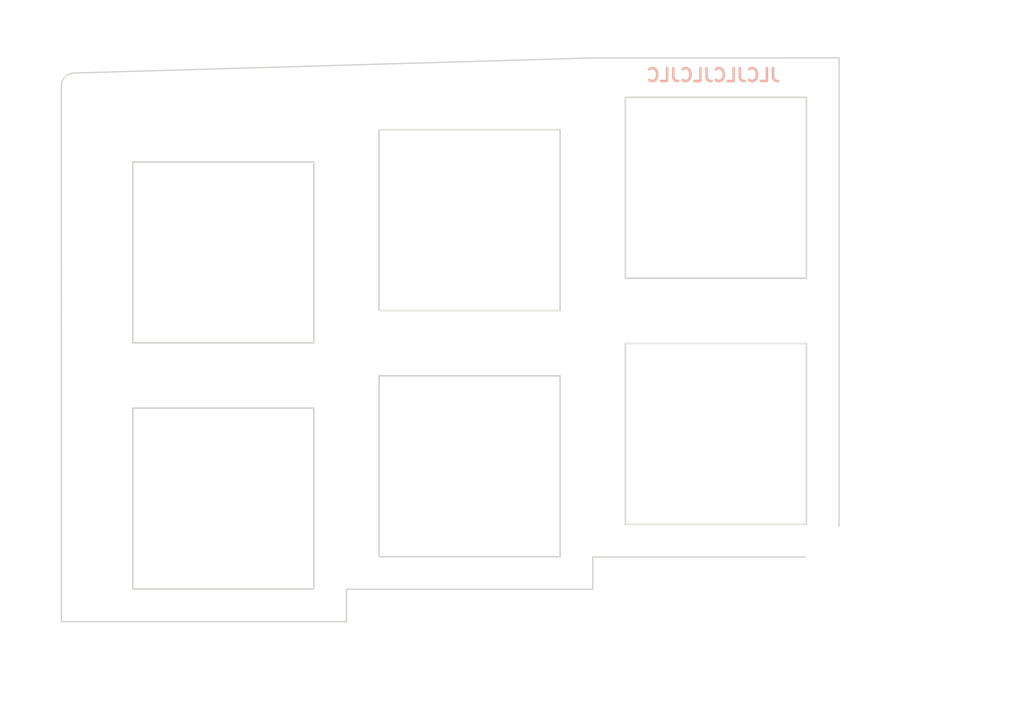
<source format=kicad_pcb>
(kicad_pcb (version 20221018) (generator pcbnew)
  (layers (0 "F.Cu" signal) (31 "B.Cu" signal) (34 "B.Paste" user) (35 "F.Paste" user) (36 "B.SilkS" user "B.Silkscreen") (37 "F.SilkS" user "F.Silkscreen") (38 "B.Mask" user) (39 "F.Mask" user) (44 "Edge.Cuts" user))
  (net 0 "")
  (footprint "SofleLoud:keyswitch_hole" (layer "F.Cu") (at 110.639214 48.694214 180)
    (fp_text reference "SW1" hide)
    (fp_text value "SW_PUSH_LED" hide)
    (fp_rect (start -7 -7) (end 7 7) (stroke (width 0.12)) (fill none) (layer "Edge.Cuts"))
  )
  (footprint "SofleLoud:keyswitch_hole" (layer "F.Cu") (at 129.689214 65.244214 180)
    (fp_text reference "SW8" hide)
    (fp_text value "SW_PUSH_LED" hide)
    (fp_rect (start -7 -7) (end 7 7) (stroke (width 0.12)) (fill none) (layer "Edge.Cuts"))
  )
  (footprint "SofleChocLoud:M2_HOLE_PCB_through_hole" (layer "F.Cu") (at 158.049214 72.264214)
    (fp_text reference "TH3" hide)
    (fp_text value "HOLE" hide)
    (pad "" np_thru_hole circle (at 0 0) (size 4.7 4.7) (drill 4.7) (layers "*.Cu" "*.Mask"))
  )
  (footprint "SofleLoud:keyswitch_hole" (layer "F.Cu") (at 110.639214 67.744214 180)
    (fp_text reference "SW7" hide)
    (fp_text value "SW_PUSH_LED" hide)
    (fp_rect (start -7 -7) (end 7 7) (stroke (width 0.12)) (fill none) (layer "Edge.Cuts"))
  )
  (footprint "SofleChocLoud:M2_HOLE_PCB_through_hole" (layer "F.Cu") (at 119.529214 58.204214)
    (fp_text reference "TH3" hide)
    (fp_text value "HOLE" hide)
    (pad "" np_thru_hole circle (at 0 0) (size 4.7 4.7) (drill 4.7) (layers "*.Cu" "*.Mask"))
  )
  (footprint "SofleChocLoud:M2_HOLE_PCB_through_hole" (layer "F.Cu") (at 138.549214 55.694214)
    (fp_text reference "TH3" hide)
    (fp_text value "HOLE" hide)
    (pad "" np_thru_hole circle (at 0 0) (size 4.7 4.7) (drill 4.7) (layers "*.Cu" "*.Mask"))
  )
  (footprint "SofleLoud:keyswitch_hole" (layer "F.Cu") (at 129.689214 46.194214 180)
    (fp_text reference "SW2" hide)
    (fp_text value "SW_PUSH_LED" hide)
    (fp_rect (start -7 -7) (end 7 7) (stroke (width 0.12)) (fill none) (layer "Edge.Cuts"))
  )
  (footprint "SofleLoud:keyswitch_hole" (layer "F.Cu") (at 148.739214 62.744214 180)
    (fp_text reference "SW9" hide)
    (fp_text value "SW_PUSH_LED" hide)
    (fp_rect (start -7 -7) (end 7 7) (stroke (width 0.12)) (fill none) (layer "Edge.Cuts"))
  )
  (footprint "SofleLoud:keyswitch_hole" (layer "F.Cu") (at 148.739214 43.694214 180)
    (fp_text reference "SW3" hide)
    (fp_text value "SW_PUSH_LED" hide)
    (fp_rect (start -7 -7) (end 7 7) (stroke (width 0.12)) (fill none) (layer "Edge.Cuts"))
  )
  (gr_line (start 158.264214 72.269214) (end 139.214214 72.269214) (stroke (width 0.1)) (layer "Edge.Cuts"))
  (gr_line (start 158.264214 72.269214) (end 158.264214 33.64) (stroke (width 0.1)) (layer "Edge.Cuts"))
  (gr_line (start 120.164214 74.769214) (end 120.164214 77.269214) (stroke (width 0.1)) (layer "Edge.Cuts"))
  (gr_arc (start 98.114214 35.811321) (mid 98.407101 35.104206) (end 99.114214 34.811321) (stroke (width 0.1)) (layer "Edge.Cuts"))
  (gr_line (start 139.214214 74.769214) (end 120.164214 74.769214) (stroke (width 0.1)) (layer "Edge.Cuts"))
  (gr_line (start 139.214214 74.769214) (end 139.214214 72.269214) (stroke (width 0.1)) (layer "Edge.Cuts"))
  (gr_line (start 99.114214 34.811321) (end 139.189214 33.644214) (stroke (width 0.1)) (layer "Edge.Cuts"))
  (gr_line (start 98.119214 77.269214) (end 98.114214 35.811321) (stroke (width 0.1)) (layer "Edge.Cuts"))
  (gr_line (start 139.189214 33.644214) (end 158.264214 33.64) (stroke (width 0.1)) (layer "Edge.Cuts"))
  (gr_line (start 120.164214 77.269214) (end 98.119214 77.269214) (stroke (width 0.1)) (layer "Edge.Cuts"))
  (gr_text "JLCJLCJLCJLC" (at 148.539214 35.564214) (layer "B.SilkS") (effects (font (size 1 1) (thickness 0.2) bold) (justify bottom mirror)))
)
</source>
